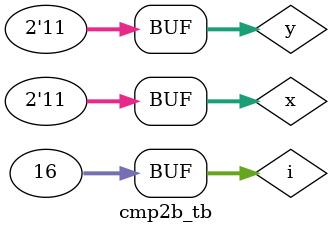
<source format=v>
module cmp2b(input [1:0]x,input [1:0]y,output reg eq, output reg lt, output reg gt);
  always@(*)begin
    gt=0;lt=0;eq=0;
    if(x>y)begin
      gt=1;
    end
    else if(x<y)begin
      lt=1;
    end
    else begin
      eq=1;
    end
  end
endmodule


module cmp2b_tb();
  reg [1:0]x;
  reg [1:0]y;
  wire eq;
  wire lt;
  wire gt;
  
  cmp2b CUT(.x(x),.y(y),.eq(eq),.lt(lt),.gt(gt));
  
  integer i;
  
  initial begin
    $display("TIME\tX\tY\tEQ\tLT\tGT");
    {x,y}=0;
    $monitor("%0t\t%b\t%b\t%b\t%b\t%b",$time,x,y,eq,lt,gt);
    for(i=1;i<16;i=i+1)begin
      #10 {x,y}=i;
    end
  end
endmodule
</source>
